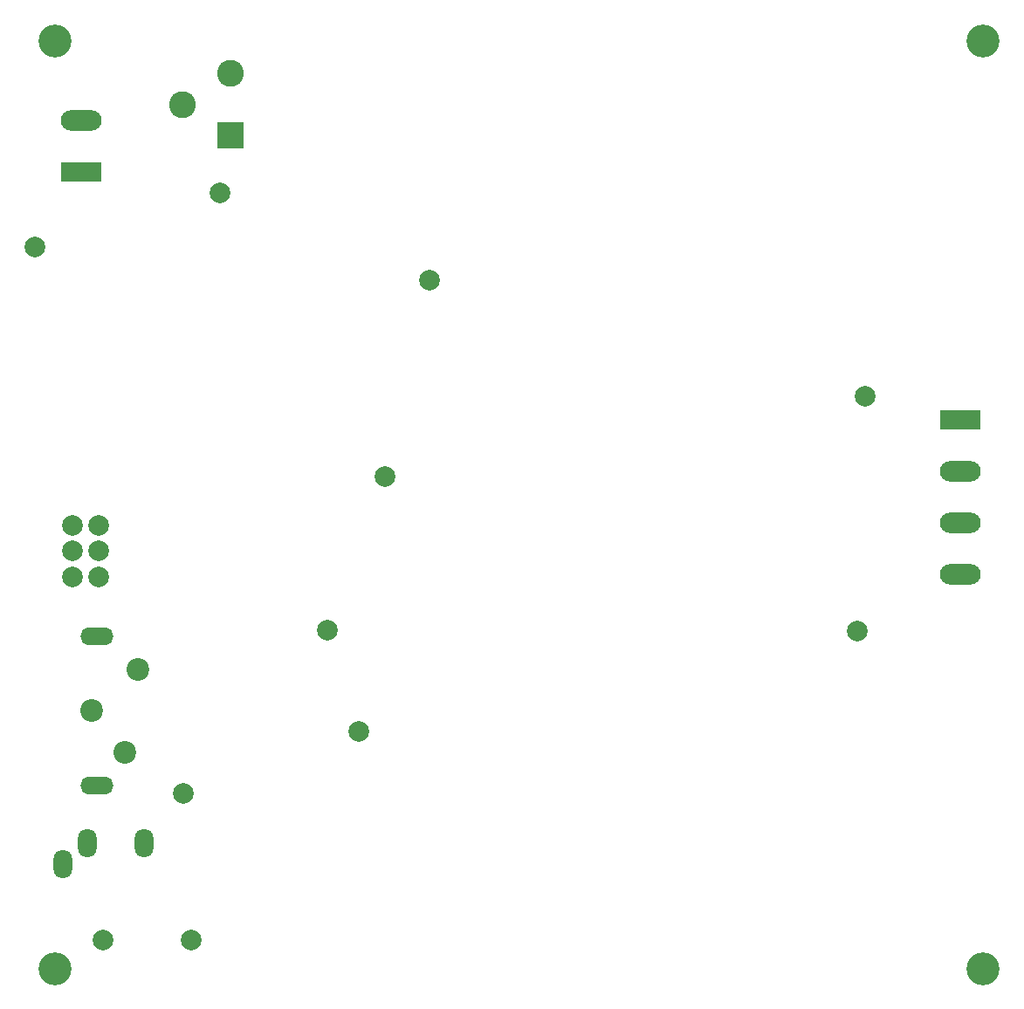
<source format=gbs>
%TF.GenerationSoftware,KiCad,Pcbnew,8.0.0*%
%TF.CreationDate,2024-05-08T19:12:36-04:00*%
%TF.ProjectId,Basic Stereo Amp v2,42617369-6320-4537-9465-72656f20416d,rev?*%
%TF.SameCoordinates,Original*%
%TF.FileFunction,Soldermask,Bot*%
%TF.FilePolarity,Negative*%
%FSLAX46Y46*%
G04 Gerber Fmt 4.6, Leading zero omitted, Abs format (unit mm)*
G04 Created by KiCad (PCBNEW 8.0.0) date 2024-05-08 19:12:36*
%MOMM*%
%LPD*%
G01*
G04 APERTURE LIST*
%ADD10C,2.000000*%
%ADD11O,1.800000X2.800000*%
%ADD12C,3.200000*%
%ADD13O,3.200000X1.700000*%
%ADD14C,2.200000*%
%ADD15R,3.960000X1.980000*%
%ADD16O,3.960000X1.980000*%
%ADD17R,2.600000X2.600000*%
%ADD18C,2.600000*%
G04 APERTURE END LIST*
D10*
%TO.C,TP11*%
X103000000Y-75000000D03*
%TD*%
%TO.C,TP6*%
X141250000Y-78250000D03*
%TD*%
D11*
%TO.C,J4*%
X113600000Y-132850000D03*
X105700000Y-134850000D03*
X108100000Y-132850000D03*
%TD*%
D12*
%TO.C,H4*%
X195000000Y-145000000D03*
%TD*%
D10*
%TO.C,TP10*%
X121000000Y-69750000D03*
%TD*%
D13*
%TO.C,J1*%
X109000000Y-127250000D03*
X109000000Y-112750000D03*
D14*
X113000000Y-116000000D03*
X111750000Y-124000000D03*
X108500000Y-120000000D03*
%TD*%
D10*
%TO.C,TP5*%
X131400000Y-112200000D03*
%TD*%
%TO.C,TP8*%
X183500000Y-89500000D03*
%TD*%
%TO.C,TP1*%
X117400000Y-128000000D03*
%TD*%
D12*
%TO.C,H1*%
X105000000Y-55000000D03*
%TD*%
D10*
%TO.C,TP4*%
X134400000Y-122000000D03*
%TD*%
D12*
%TO.C,H2*%
X195000000Y-55000000D03*
%TD*%
D10*
%TO.C,RV1*%
X109162500Y-107000000D03*
X109162500Y-104500000D03*
X109162500Y-102000000D03*
X106662500Y-107000000D03*
X106662500Y-104500000D03*
X106662500Y-102000000D03*
%TD*%
D15*
%TO.C,J3*%
X192750000Y-91740000D03*
D16*
X192750000Y-96740000D03*
X192750000Y-101740000D03*
X192750000Y-106740000D03*
%TD*%
D15*
%TO.C,J2*%
X107500000Y-67765000D03*
D16*
X107500000Y-62765000D03*
%TD*%
D10*
%TO.C,TP3*%
X118200000Y-142200000D03*
%TD*%
%TO.C,TP7*%
X137000000Y-97250000D03*
%TD*%
D17*
%TO.C,J5*%
X122000000Y-64200000D03*
D18*
X122000000Y-58200000D03*
X117300000Y-61200000D03*
%TD*%
D12*
%TO.C,H3*%
X105000000Y-145000000D03*
%TD*%
D10*
%TO.C,TP9*%
X182750000Y-112250000D03*
%TD*%
%TO.C,TP2*%
X109600000Y-142200000D03*
%TD*%
M02*

</source>
